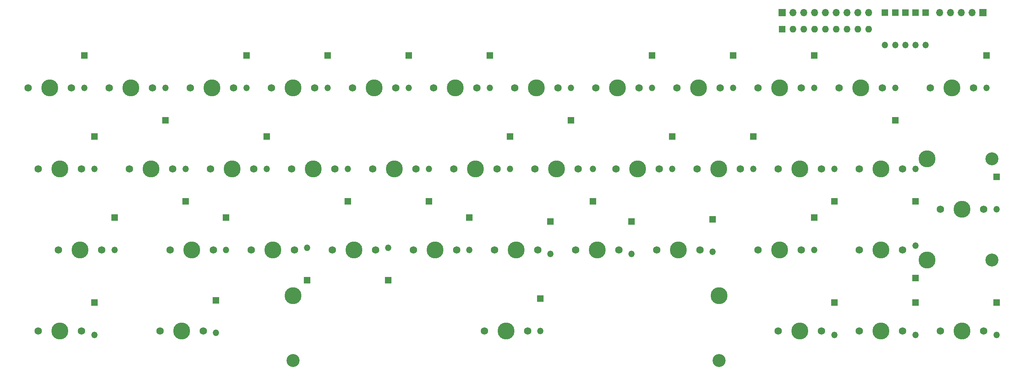
<source format=gbr>
%TF.GenerationSoftware,KiCad,Pcbnew,7.0.1*%
%TF.CreationDate,2023-04-30T14:25:03+01:00*%
%TF.ProjectId,40key,34306b65-792e-46b6-9963-61645f706362,rev?*%
%TF.SameCoordinates,Original*%
%TF.FileFunction,Soldermask,Top*%
%TF.FilePolarity,Negative*%
%FSLAX46Y46*%
G04 Gerber Fmt 4.6, Leading zero omitted, Abs format (unit mm)*
G04 Created by KiCad (PCBNEW 7.0.1) date 2023-04-30 14:25:03*
%MOMM*%
%LPD*%
G01*
G04 APERTURE LIST*
%ADD10C,3.048000*%
%ADD11C,3.987800*%
%ADD12R,1.500000X1.500000*%
%ADD13O,1.500000X1.500000*%
%ADD14C,1.750000*%
%ADD15R,1.700000X1.700000*%
%ADD16O,1.700000X1.700000*%
%ADD17R,1.600000X1.600000*%
%ADD18O,1.600000X1.600000*%
G04 APERTURE END LIST*
D10*
%TO.C,S2*%
X200536106Y-118427974D03*
D11*
X200536106Y-103187974D03*
D10*
X100523606Y-118427974D03*
D11*
X100523606Y-103187974D03*
%TD*%
D12*
%TO.C,D23*%
X151447500Y-65722500D03*
D13*
X151447500Y-73342500D03*
%TD*%
D12*
%TO.C,D37*%
X199072500Y-85243750D03*
D13*
X199072500Y-92863750D03*
%TD*%
D14*
%TO.C,MX16*%
X100171250Y-73342500D03*
D11*
X105251250Y-73342500D03*
D14*
X110331250Y-73342500D03*
%TD*%
D12*
%TO.C,D13*%
X184785000Y-46672500D03*
D13*
X184785000Y-54292500D03*
%TD*%
D14*
%TO.C,MX35*%
X40640000Y-111442500D03*
D11*
X45720000Y-111442500D03*
D14*
X50800000Y-111442500D03*
%TD*%
D15*
%TO.C,J1*%
X215423750Y-36628706D03*
D16*
X217963750Y-36628706D03*
X220503750Y-36628706D03*
X223043750Y-36628706D03*
X225583750Y-36628706D03*
X228123750Y-36628706D03*
X230663750Y-36628706D03*
X233203750Y-36628706D03*
X235743750Y-36628706D03*
%TD*%
D12*
%TO.C,D35*%
X160972500Y-85725000D03*
D13*
X160972500Y-93345000D03*
%TD*%
D12*
%TO.C,D34*%
X141922500Y-84772500D03*
D13*
X141922500Y-92392500D03*
%TD*%
D12*
%TO.C,D9*%
X108585000Y-46667500D03*
D13*
X108585000Y-54287500D03*
%TD*%
D14*
%TO.C,MX6*%
X133508750Y-54292500D03*
D11*
X138588750Y-54292500D03*
D14*
X143668750Y-54292500D03*
%TD*%
%TO.C,MX26*%
X71596250Y-92392500D03*
D11*
X76676250Y-92392500D03*
D14*
X81756250Y-92392500D03*
%TD*%
%TO.C,MX31*%
X166846250Y-92392500D03*
D11*
X171926250Y-92392500D03*
D14*
X177006250Y-92392500D03*
%TD*%
%TO.C,MX21*%
X195421250Y-73342500D03*
D11*
X200501250Y-73342500D03*
D14*
X205581250Y-73342500D03*
%TD*%
D12*
%TO.C,D36*%
X180022500Y-85720000D03*
D13*
X180022500Y-93340000D03*
%TD*%
D12*
%TO.C,D43*%
X227647500Y-104775000D03*
D13*
X227647500Y-112395000D03*
%TD*%
D10*
%TO.C,S1*%
X264636250Y-70961250D03*
D11*
X249396250Y-70961250D03*
D10*
X264636250Y-94773750D03*
D11*
X249396250Y-94773750D03*
%TD*%
D12*
%TO.C,D17*%
X263366250Y-46667500D03*
D13*
X263366250Y-54287500D03*
%TD*%
D14*
%TO.C,MX37*%
X145415000Y-111442500D03*
D11*
X150495000Y-111442500D03*
D14*
X155575000Y-111442500D03*
%TD*%
D12*
%TO.C,D38*%
X82391250Y-104293750D03*
D13*
X82391250Y-111913750D03*
%TD*%
D14*
%TO.C,MX33*%
X209708750Y-92392500D03*
D11*
X214788750Y-92392500D03*
D14*
X219868750Y-92392500D03*
%TD*%
D12*
%TO.C,D44*%
X246697500Y-104770000D03*
D13*
X246697500Y-112390000D03*
%TD*%
D12*
%TO.C,D25*%
X189547500Y-65722500D03*
D13*
X189547500Y-73342500D03*
%TD*%
D14*
%TO.C,MX12*%
X250190000Y-54292500D03*
D11*
X255270000Y-54292500D03*
D14*
X260350000Y-54292500D03*
%TD*%
D12*
%TO.C,D16*%
X241935000Y-61917500D03*
D13*
X241935000Y-54297500D03*
%TD*%
D14*
%TO.C,MX34*%
X233521250Y-92392500D03*
D11*
X238601250Y-92392500D03*
D14*
X243681250Y-92392500D03*
%TD*%
D12*
%TO.C,D3*%
X244316250Y-36623706D03*
D13*
X244316250Y-44243706D03*
%TD*%
D12*
%TO.C,D29*%
X265747500Y-75242500D03*
D13*
X265747500Y-82862500D03*
%TD*%
D12*
%TO.C,D40*%
X53816250Y-104770000D03*
D13*
X53816250Y-112390000D03*
%TD*%
D12*
%TO.C,D6*%
X51435000Y-46667500D03*
D13*
X51435000Y-54287500D03*
%TD*%
D12*
%TO.C,D28*%
X246697500Y-80967500D03*
D13*
X246697500Y-73347500D03*
%TD*%
D12*
%TO.C,D5*%
X249078750Y-36623706D03*
D13*
X249078750Y-44243706D03*
%TD*%
D15*
%TO.C,J2*%
X262572500Y-36628706D03*
D16*
X260032500Y-36628706D03*
X257492500Y-36628706D03*
X254952500Y-36628706D03*
X252412500Y-36628706D03*
%TD*%
D14*
%TO.C,MX13*%
X40640000Y-73342500D03*
D11*
X45720000Y-73342500D03*
D14*
X50800000Y-73342500D03*
%TD*%
D12*
%TO.C,D26*%
X208597500Y-65722500D03*
D13*
X208597500Y-73342500D03*
%TD*%
D12*
%TO.C,D32*%
X103822500Y-99541250D03*
D13*
X103822500Y-91921250D03*
%TD*%
D14*
%TO.C,MX17*%
X119221250Y-73342500D03*
D11*
X124301250Y-73342500D03*
D14*
X129381250Y-73342500D03*
%TD*%
D12*
%TO.C,D7*%
X70485000Y-61917500D03*
D13*
X70485000Y-54297500D03*
%TD*%
D14*
%TO.C,MX23*%
X233521250Y-73342500D03*
D11*
X238601250Y-73342500D03*
D14*
X243681250Y-73342500D03*
%TD*%
%TO.C,MX5*%
X114458750Y-54292500D03*
D11*
X119538750Y-54292500D03*
D14*
X124618750Y-54292500D03*
%TD*%
%TO.C,MX30*%
X147796250Y-92392500D03*
D11*
X152876250Y-92392500D03*
D14*
X157956250Y-92392500D03*
%TD*%
D12*
%TO.C,D14*%
X203835000Y-46667500D03*
D13*
X203835000Y-54287500D03*
%TD*%
D14*
%TO.C,MX22*%
X214471250Y-73342500D03*
D11*
X219551250Y-73342500D03*
D14*
X224631250Y-73342500D03*
%TD*%
%TO.C,MX19*%
X157321250Y-73342500D03*
D11*
X162401250Y-73342500D03*
D14*
X167481250Y-73342500D03*
%TD*%
D12*
%TO.C,D4*%
X246697500Y-36623706D03*
D13*
X246697500Y-44243706D03*
%TD*%
D12*
%TO.C,D31*%
X84772500Y-84767500D03*
D13*
X84772500Y-92387500D03*
%TD*%
D14*
%TO.C,MX28*%
X109696250Y-92392500D03*
D11*
X114776250Y-92392500D03*
D14*
X119856250Y-92392500D03*
%TD*%
%TO.C,MX1*%
X38258750Y-54292500D03*
D11*
X43338750Y-54292500D03*
D14*
X48418750Y-54292500D03*
%TD*%
%TO.C,MX40*%
X252571250Y-111442500D03*
D11*
X257651250Y-111442500D03*
D14*
X262731250Y-111442500D03*
%TD*%
%TO.C,MX27*%
X90646250Y-92392500D03*
D11*
X95726250Y-92392500D03*
D14*
X100806250Y-92392500D03*
%TD*%
%TO.C,MX11*%
X228758750Y-54292500D03*
D11*
X233838750Y-54292500D03*
D14*
X238918750Y-54292500D03*
%TD*%
%TO.C,MX14*%
X62071250Y-73342500D03*
D11*
X67151250Y-73342500D03*
D14*
X72231250Y-73342500D03*
%TD*%
D12*
%TO.C,D12*%
X165735000Y-61912500D03*
D13*
X165735000Y-54292500D03*
%TD*%
D12*
%TO.C,D8*%
X89535000Y-46667500D03*
D13*
X89535000Y-54287500D03*
%TD*%
D12*
%TO.C,D41*%
X222885000Y-84767500D03*
D13*
X222885000Y-92387500D03*
%TD*%
D12*
%TO.C,D1*%
X239553750Y-36623706D03*
D13*
X239553750Y-44243706D03*
%TD*%
D12*
%TO.C,D10*%
X127635000Y-46672500D03*
D13*
X127635000Y-54292500D03*
%TD*%
D12*
%TO.C,D30*%
X58578750Y-84767500D03*
D13*
X58578750Y-92387500D03*
%TD*%
D14*
%TO.C,MX15*%
X81121250Y-73342500D03*
D11*
X86201250Y-73342500D03*
D14*
X91281250Y-73342500D03*
%TD*%
%TO.C,MX25*%
X45402500Y-92392500D03*
D11*
X50482500Y-92392500D03*
D14*
X55562500Y-92392500D03*
%TD*%
D17*
%TO.C,RN1*%
X215423750Y-40481250D03*
D18*
X217963750Y-40481250D03*
X220503750Y-40481250D03*
X223043750Y-40481250D03*
X225583750Y-40481250D03*
X228123750Y-40481250D03*
X230663750Y-40481250D03*
X233203750Y-40481250D03*
X235743750Y-40481250D03*
%TD*%
D14*
%TO.C,MX29*%
X128746250Y-92392500D03*
D11*
X133826250Y-92392500D03*
D14*
X138906250Y-92392500D03*
%TD*%
D12*
%TO.C,D42*%
X158591250Y-103817500D03*
D13*
X158591250Y-111437500D03*
%TD*%
D14*
%TO.C,MX39*%
X233521250Y-111442500D03*
D11*
X238601250Y-111442500D03*
D14*
X243681250Y-111442500D03*
%TD*%
D12*
%TO.C,D39*%
X246697500Y-99065000D03*
D13*
X246697500Y-91445000D03*
%TD*%
D12*
%TO.C,D33*%
X122872500Y-99536250D03*
D13*
X122872500Y-91916250D03*
%TD*%
D14*
%TO.C,MX20*%
X176371250Y-73342500D03*
D11*
X181451250Y-73342500D03*
D14*
X186531250Y-73342500D03*
%TD*%
%TO.C,MX36*%
X69215000Y-111442500D03*
D11*
X74295000Y-111442500D03*
D14*
X79375000Y-111442500D03*
%TD*%
D12*
%TO.C,D20*%
X94297500Y-65717500D03*
D13*
X94297500Y-73337500D03*
%TD*%
D14*
%TO.C,MX24*%
X252571250Y-82867500D03*
D11*
X257651250Y-82867500D03*
D14*
X262731250Y-82867500D03*
%TD*%
%TO.C,MX18*%
X138271250Y-73342500D03*
D11*
X143351250Y-73342500D03*
D14*
X148431250Y-73342500D03*
%TD*%
D12*
%TO.C,D22*%
X132397500Y-80967500D03*
D13*
X132397500Y-73347500D03*
%TD*%
D12*
%TO.C,D45*%
X265747500Y-104770000D03*
D13*
X265747500Y-112390000D03*
%TD*%
D14*
%TO.C,MX38*%
X214471250Y-111442500D03*
D11*
X219551250Y-111442500D03*
D14*
X224631250Y-111442500D03*
%TD*%
%TO.C,MX8*%
X171608750Y-54292500D03*
D11*
X176688750Y-54292500D03*
D14*
X181768750Y-54292500D03*
%TD*%
D12*
%TO.C,D11*%
X146685000Y-46667500D03*
D13*
X146685000Y-54287500D03*
%TD*%
D14*
%TO.C,MX3*%
X76358750Y-54292500D03*
D11*
X81438750Y-54292500D03*
D14*
X86518750Y-54292500D03*
%TD*%
%TO.C,MX10*%
X209708750Y-54292500D03*
D11*
X214788750Y-54292500D03*
D14*
X219868750Y-54292500D03*
%TD*%
%TO.C,MX4*%
X95408750Y-54292500D03*
D11*
X100488750Y-54292500D03*
D14*
X105568750Y-54292500D03*
%TD*%
D12*
%TO.C,D2*%
X241935000Y-36623706D03*
D13*
X241935000Y-44243706D03*
%TD*%
D12*
%TO.C,D24*%
X170973750Y-80967500D03*
D13*
X170973750Y-73347500D03*
%TD*%
D12*
%TO.C,D15*%
X222885000Y-46667500D03*
D13*
X222885000Y-54287500D03*
%TD*%
D12*
%TO.C,D18*%
X53816250Y-65717500D03*
D13*
X53816250Y-73337500D03*
%TD*%
D14*
%TO.C,MX7*%
X152558750Y-54292500D03*
D11*
X157638750Y-54292500D03*
D14*
X162718750Y-54292500D03*
%TD*%
D12*
%TO.C,D21*%
X113347500Y-80967500D03*
D13*
X113347500Y-73347500D03*
%TD*%
D12*
%TO.C,D19*%
X75247500Y-80967500D03*
D13*
X75247500Y-73347500D03*
%TD*%
D14*
%TO.C,MX32*%
X185896250Y-92392500D03*
D11*
X190976250Y-92392500D03*
D14*
X196056250Y-92392500D03*
%TD*%
%TO.C,MX9*%
X190658750Y-54292500D03*
D11*
X195738750Y-54292500D03*
D14*
X200818750Y-54292500D03*
%TD*%
D12*
%TO.C,D27*%
X227647500Y-80962500D03*
D13*
X227647500Y-73342500D03*
%TD*%
D14*
%TO.C,MX2*%
X57308750Y-54292500D03*
D11*
X62388750Y-54292500D03*
D14*
X67468750Y-54292500D03*
%TD*%
M02*

</source>
